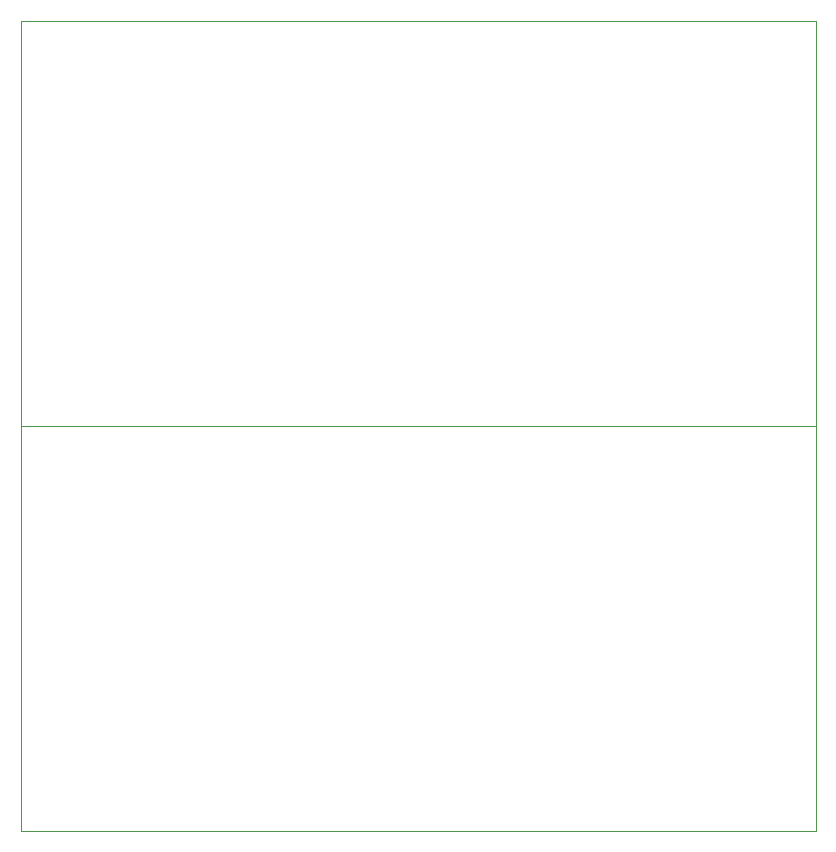
<source format=gbr>
%FSLAX34Y34*%
%MOMM*%
%LNOUTLINE*%
G71*
G01*
%ADD10C, 0.10*%
%LPD*%
G54D10*
X12700Y984250D02*
X12700Y641350D01*
X685800Y641350D01*
X685800Y984250D01*
X12700Y984250D01*
G54D10*
X12700Y641350D02*
X12700Y298450D01*
X685800Y298450D01*
X685800Y641350D01*
X12700Y641350D01*
M02*

</source>
